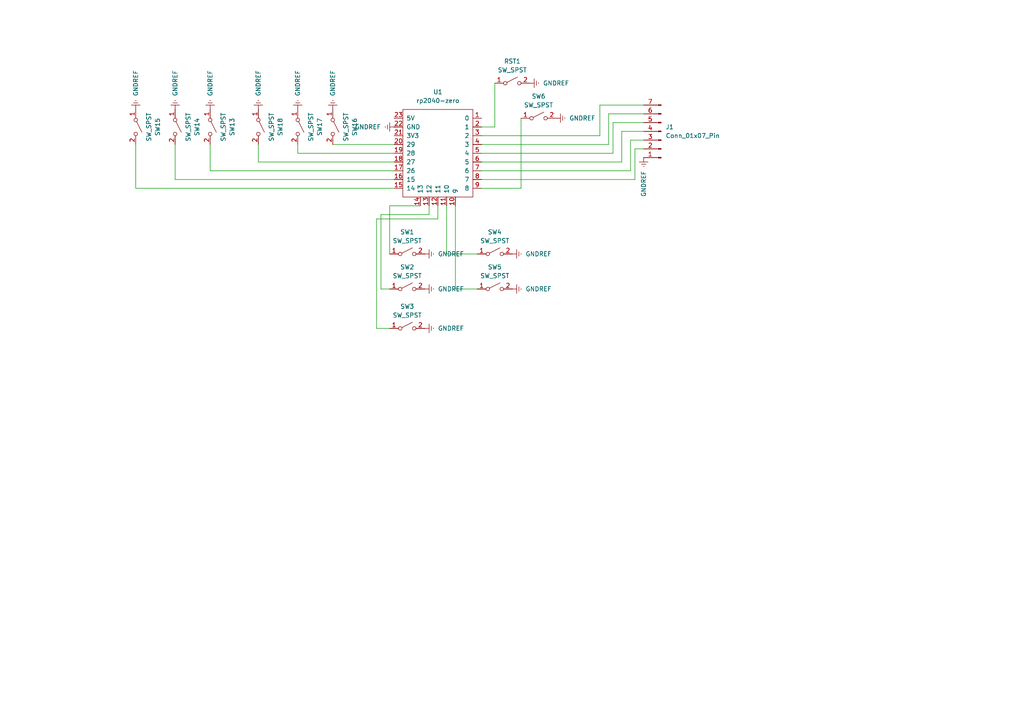
<source format=kicad_sch>
(kicad_sch (version 20231120) (generator "eeschema") (generator_version "8.0")
  (paper "A4")
  (lib_symbols
    (symbol "Connector:Conn_01x07_Pin" (pin_names (offset 1.016) hide)
      (property "Reference" "J" (at 0 10.16 0))
      (property "Value" "Conn_01x07_Pin" (at 0 -10.16 0))
      (symbol "Conn_01x07_Pin_1_1"
        (polyline (pts (xy 1.27 -7.62) (xy 0.8636 -7.62)) (stroke (width 0.1524)))
        (polyline (pts (xy 1.27 -5.08) (xy 0.8636 -5.08)) (stroke (width 0.1524)))
        (polyline (pts (xy 1.27 -2.54) (xy 0.8636 -2.54)) (stroke (width 0.1524)))
        (polyline (pts (xy 1.27 0) (xy 0.8636 0)) (stroke (width 0.1524)))
        (polyline (pts (xy 1.27 2.54) (xy 0.8636 2.54)) (stroke (width 0.1524)))
        (polyline (pts (xy 1.27 5.08) (xy 0.8636 5.08)) (stroke (width 0.1524)))
        (polyline (pts (xy 1.27 7.62) (xy 0.8636 7.62)) (stroke (width 0.1524)))
        (rectangle (start 0.8636 -7.493) (end 0 -7.747) (stroke (width 0.1524)) (fill (type outline)))
        (rectangle (start 0.8636 -4.953) (end 0 -5.207) (stroke (width 0.1524)) (fill (type outline)))
        (rectangle (start 0.8636 -2.413) (end 0 -2.667) (stroke (width 0.1524)) (fill (type outline)))
        (rectangle (start 0.8636 0.127) (end 0 -0.127) (stroke (width 0.1524)) (fill (type outline)))
        (rectangle (start 0.8636 2.667) (end 0 2.413) (stroke (width 0.1524)) (fill (type outline)))
        (rectangle (start 0.8636 5.207) (end 0 4.953) (stroke (width 0.1524)) (fill (type outline)))
        (rectangle (start 0.8636 7.747) (end 0 7.493) (stroke (width 0.1524)) (fill (type outline)))
        (pin passive line (at 5.08 7.62 180) (length 3.81) (name "Pin_1") (number "1"))
        (pin passive line (at 5.08 5.08 180) (length 3.81) (name "Pin_2") (number "2"))
        (pin passive line (at 5.08 2.54 180) (length 3.81) (name "Pin_3") (number "3"))
        (pin passive line (at 5.08 0 180) (length 3.81) (name "Pin_4") (number "4"))
        (pin passive line (at 5.08 -2.54 180) (length 3.81) (name "Pin_5") (number "5"))
        (pin passive line (at 5.08 -5.08 180) (length 3.81) (name "Pin_6") (number "6"))
        (pin passive line (at 5.08 -7.62 180) (length 3.81) (name "Pin_7") (number "7"))
      )
    )
    (symbol "RP2040:rp2040-zero" (pin_names (offset 1.016))
      (property "Reference" "U" (at 0 15.24 0))
      (property "Value" "rp2040-zero" (at 0 12.7 0))
      (symbol "rp2040-zero_0_1"
        (rectangle (start -10.16 11.43) (end 10.16 -13.97))
      )
      (symbol "rp2040-zero_1_1"
        (pin bidirectional line (at 12.7 8.89 180) (length 2.54) (name "0") (number "1"))
        (pin bidirectional line (at 5.08 -16.51 90) (length 2.54) (name "9") (number "10"))
        (pin bidirectional line (at 2.54 -16.51 90) (length 2.54) (name "10") (number "11"))
        (pin bidirectional line (at 0 -16.51 90) (length 2.54) (name "11") (number "12"))
        (pin bidirectional line (at -2.54 -16.51 90) (length 2.54) (name "12") (number "13"))
        (pin bidirectional line (at -5.08 -16.51 90) (length 2.54) (name "13") (number "14"))
        (pin bidirectional line (at -12.7 -11.43 0) (length 2.54) (name "14") (number "15"))
        (pin bidirectional line (at -12.7 -8.89 0) (length 2.54) (name "15") (number "16"))
        (pin bidirectional line (at -12.7 -6.35 0) (length 2.54) (name "26") (number "17"))
        (pin bidirectional line (at -12.7 -3.81 0) (length 2.54) (name "27") (number "18"))
        (pin bidirectional line (at -12.7 -1.27 0) (length 2.54) (name "28") (number "19"))
        (pin bidirectional line (at 12.7 6.35 180) (length 2.54) (name "1") (number "2"))
        (pin bidirectional line (at -12.7 1.27 0) (length 2.54) (name "29") (number "20"))
        (pin power_out line (at -12.7 3.81 0) (length 2.54) (name "3V3") (number "21"))
        (pin power_out line (at -12.7 6.35 0) (length 2.54) (name "GND") (number "22"))
        (pin power_out line (at -12.7 8.89 0) (length 2.54) (name "5V") (number "23"))
        (pin bidirectional line (at 12.7 3.81 180) (length 2.54) (name "2") (number "3"))
        (pin bidirectional line (at 12.7 1.27 180) (length 2.54) (name "3") (number "4"))
        (pin bidirectional line (at 12.7 -1.27 180) (length 2.54) (name "4") (number "5"))
        (pin bidirectional line (at 12.7 -3.81 180) (length 2.54) (name "5") (number "6"))
        (pin bidirectional line (at 12.7 -6.35 180) (length 2.54) (name "6") (number "7"))
        (pin bidirectional line (at 12.7 -8.89 180) (length 2.54) (name "7") (number "8"))
        (pin bidirectional line (at 12.7 -11.43 180) (length 2.54) (name "8") (number "9"))
      )
    )
    (symbol "Switch:SW_SPST" (pin_names (offset 0) hide)
      (property "Reference" "SW" (at 0 3.175 0))
      (property "Value" "SW_SPST" (at 0 -2.54 0))
      (symbol "SW_SPST_0_0"
        (circle (center -2.032 0) (radius 0.508))
        (polyline (pts (xy -1.524 0.254) (xy 1.524 1.778)))
        (circle (center 2.032 0) (radius 0.508))
      )
      (symbol "SW_SPST_1_1"
        (pin passive line (at -5.08 0 0) (length 2.54) (name "A") (number "1"))
        (pin passive line (at 5.08 0 180) (length 2.54) (name "B") (number "2"))
      )
    )
    (symbol "power:GNDREF" (power) (pin_numbers hide) (pin_names (offset 0) hide)
      (property "Value" "GNDREF" (at 0 -3.81 0))
      (symbol "GNDREF_0_1"
        (polyline (pts (xy -0.635 -1.905) (xy 0.635 -1.905)))
        (polyline (pts (xy -0.127 -2.54) (xy 0.127 -2.54)))
        (polyline (pts (xy 0 -1.27) (xy 0 0)))
        (polyline (pts (xy 1.27 -1.27) (xy -1.27 -1.27)))
      )
      (symbol "GNDREF_1_1"
        (pin power_in line (at 0 0 270) (length 0) (name "~") (number "1"))
      )
    )
  )
  (wire (pts (xy 139.7 46.99) (xy 180.34 46.99)))
  (wire (pts (xy 139.7 54.61) (xy 151.13 54.61)))
  (wire (pts (xy 176.53 41.91) (xy 176.53 33.02)))
  (wire (pts (xy 139.7 44.45) (xy 177.8 44.45)))
  (wire (pts (xy 60.96 41.91) (xy 60.96 49.53)))
  (wire (pts (xy 109.22 63.5) (xy 127 63.5)))
  (wire (pts (xy 139.7 49.53) (xy 182.88 49.53)))
  (wire (pts (xy 182.88 49.53) (xy 182.88 40.64)))
  (wire (pts (xy 110.49 83.82) (xy 110.49 62.23)))
  (wire (pts (xy 86.36 44.45) (xy 114.3 44.45)))
  (wire (pts (xy 50.8 52.07) (xy 114.3 52.07)))
  (wire (pts (xy 127 59.69) (xy 127 63.5)))
  (wire (pts (xy 60.96 49.53) (xy 114.3 49.53)))
  (wire (pts (xy 143.51 36.83) (xy 139.7 36.83)))
  (wire (pts (xy 184.15 52.07) (xy 184.15 43.18)))
  (wire (pts (xy 176.53 33.02) (xy 186.69 33.02)))
  (wire (pts (xy 113.03 95.25) (xy 109.22 95.25)))
  (wire (pts (xy 173.99 39.37) (xy 173.99 30.48)))
  (wire (pts (xy 39.37 41.91) (xy 39.37 54.61)))
  (wire (pts (xy 124.46 62.23) (xy 124.46 59.69)))
  (wire (pts (xy 132.08 83.82) (xy 132.08 59.69)))
  (wire (pts (xy 74.93 41.91) (xy 74.93 46.99)))
  (wire (pts (xy 113.03 59.69) (xy 121.92 59.69)))
  (wire (pts (xy 74.93 46.99) (xy 114.3 46.99)))
  (wire (pts (xy 39.37 54.61) (xy 114.3 54.61)))
  (wire (pts (xy 139.7 39.37) (xy 173.99 39.37)))
  (wire (pts (xy 143.51 24.13) (xy 143.51 36.83)))
  (wire (pts (xy 151.13 34.29) (xy 151.13 54.61)))
  (wire (pts (xy 180.34 46.99) (xy 180.34 38.1)))
  (wire (pts (xy 129.54 73.66) (xy 129.54 59.69)))
  (wire (pts (xy 110.49 62.23) (xy 124.46 62.23)))
  (wire (pts (xy 182.88 40.64) (xy 186.69 40.64)))
  (wire (pts (xy 138.43 83.82) (xy 132.08 83.82)))
  (wire (pts (xy 86.36 41.91) (xy 86.36 44.45)))
  (wire (pts (xy 109.22 95.25) (xy 109.22 63.5)))
  (wire (pts (xy 184.15 43.18) (xy 186.69 43.18)))
  (wire (pts (xy 177.8 44.45) (xy 177.8 35.56)))
  (wire (pts (xy 139.7 52.07) (xy 184.15 52.07)))
  (wire (pts (xy 173.99 30.48) (xy 186.69 30.48)))
  (wire (pts (xy 113.03 83.82) (xy 110.49 83.82)))
  (wire (pts (xy 180.34 38.1) (xy 186.69 38.1)))
  (wire (pts (xy 113.03 73.66) (xy 113.03 59.69)))
  (wire (pts (xy 139.7 41.91) (xy 176.53 41.91)))
  (wire (pts (xy 138.43 73.66) (xy 129.54 73.66)))
  (wire (pts (xy 50.8 41.91) (xy 50.8 52.07)))
  (wire (pts (xy 96.52 41.91) (xy 114.3 41.91)))
  (wire (pts (xy 177.8 35.56) (xy 186.69 35.56)))
  (symbol (lib_id "Switch:SW_SPST") (at 60.96 36.83 270) (unit 1)
    (property "Reference" "SW13" (at 67.31 36.83 0))
    (property "Value" "SW_SPST" (at 64.77 36.83 0))
    (property "Footprint" "Button_Switch_THT:SW_PUSH_6mm" (effects (hide yes)))
    (property "Description" "Single Pole Single Throw (SPST) switch" (effects (hide yes)))
  )
  (symbol (lib_id "power:GNDREF") (at 86.36 31.75 180) (unit 1)
    (property "Reference" "#PWR05" (effects (hide yes)))
    (property "Value" "GNDREF" (at 86.3601 27.94 90) (effects (justify right)))
    (property "Description" "Power symbol creates a global label with name \"GNDREF\" , reference supply ground" (effects (hide yes)))
  )
  (symbol (lib_id "RP2040:rp2040-zero") (at 127 43.18 0) (unit 1)
    (property "Reference" "U1" (at 127 26.67 0))
    (property "Value" "rp2040-zero" (at 127 29.21 0))
    (property "Footprint" "rp2040:rp2040-zero-tht" (effects (hide yes)))
  )
  (symbol (lib_id "power:GNDREF") (at 50.8 31.75 180) (unit 1)
    (property "Reference" "#PWR02" (effects (hide yes)))
    (property "Value" "GNDREF" (at 50.8001 27.94 90) (effects (justify right)))
    (property "Description" "Power symbol creates a global label with name \"GNDREF\" , reference supply ground" (effects (hide yes)))
  )
  (symbol (lib_id "Switch:SW_SPST") (at 118.11 95.25 0) (unit 1)
    (property "Reference" "SW3" (at 118.11 88.9 0))
    (property "Value" "SW_SPST" (at 118.11 91.44 0))
    (property "Footprint" "fingerpunch:gateron-ks27" (effects (hide yes)))
    (property "Description" "Single Pole Single Throw (SPST) switch" (effects (hide yes)))
  )
  (symbol (lib_id "power:GNDREF") (at 123.19 83.82 90) (unit 1)
    (property "Reference" "#PWR08" (effects (hide yes)))
    (property "Value" "GNDREF" (at 127 83.8199 90) (effects (justify right)))
    (property "Description" "Power symbol creates a global label with name \"GNDREF\" , reference supply ground" (effects (hide yes)))
  )
  (symbol (lib_id "Switch:SW_SPST") (at 74.93 36.83 270) (unit 1)
    (property "Reference" "SW18" (at 81.28 36.83 0))
    (property "Value" "SW_SPST" (at 78.74 36.83 0))
    (property "Footprint" "Button_Switch_THT:SW_PUSH_6mm" (effects (hide yes)))
    (property "Description" "Single Pole Single Throw (SPST) switch" (effects (hide yes)))
  )
  (symbol (lib_id "power:GNDREF") (at 123.19 73.66 90) (unit 1)
    (property "Reference" "#PWR07" (effects (hide yes)))
    (property "Value" "GNDREF" (at 127 73.6599 90) (effects (justify right)))
    (property "Description" "Power symbol creates a global label with name \"GNDREF\" , reference supply ground" (effects (hide yes)))
  )
  (symbol (lib_id "power:GNDREF") (at 60.96 31.75 180) (unit 1)
    (property "Reference" "#PWR01" (effects (hide yes)))
    (property "Value" "GNDREF" (at 60.9601 27.94 90) (effects (justify right)))
    (property "Description" "Power symbol creates a global label with name \"GNDREF\" , reference supply ground" (effects (hide yes)))
  )
  (symbol (lib_id "power:GNDREF") (at 153.67 24.13 90) (unit 1)
    (property "Reference" "#PWR015" (effects (hide yes)))
    (property "Value" "GNDREF" (at 157.48 24.1299 90) (effects (justify right)))
    (property "Description" "Power symbol creates a global label with name \"GNDREF\" , reference supply ground" (effects (hide yes)))
  )
  (symbol (lib_id "Connector:Conn_01x07_Pin") (at 191.77 38.1 180) (unit 1)
    (property "Reference" "J1" (at 193.04 36.8299 0) (effects (justify right)))
    (property "Value" "Conn_01x07_Pin" (at 193.04 39.3699 0) (effects (justify right)))
    (property "Footprint" "Connector_PinHeader_2.54mm:PinHeader_1x07_P2.54mm_Vertical" (effects (hide yes)))
    (property "Description" "Generic connector, single row, 01x07, script generated" (effects (hide yes)))
  )
  (symbol (lib_id "Switch:SW_SPST") (at 96.52 36.83 270) (unit 1)
    (property "Reference" "SW16" (at 102.87 36.83 0))
    (property "Value" "SW_SPST" (at 100.33 36.83 0))
    (property "Footprint" "Button_Switch_THT:SW_PUSH_6mm" (effects (hide yes)))
    (property "Description" "Single Pole Single Throw (SPST) switch" (effects (hide yes)))
  )
  (symbol (lib_id "Switch:SW_SPST") (at 118.11 73.66 0) (unit 1)
    (property "Reference" "SW1" (at 118.11 67.31 0))
    (property "Value" "SW_SPST" (at 118.11 69.85 0))
    (property "Footprint" "fingerpunch:gateron-ks27" (effects (hide yes)))
    (property "Description" "Single Pole Single Throw (SPST) switch" (effects (hide yes)))
  )
  (symbol (lib_id "power:GNDREF") (at 74.93 31.75 180) (unit 1)
    (property "Reference" "#PWR06" (effects (hide yes)))
    (property "Value" "GNDREF" (at 74.9301 27.94 90) (effects (justify right)))
    (property "Description" "Power symbol creates a global label with name \"GNDREF\" , reference supply ground" (effects (hide yes)))
  )
  (symbol (lib_id "power:GNDREF") (at 148.59 83.82 90) (unit 1)
    (property "Reference" "#PWR011" (effects (hide yes)))
    (property "Value" "GNDREF" (at 152.4 83.8199 90) (effects (justify right)))
    (property "Description" "Power symbol creates a global label with name \"GNDREF\" , reference supply ground" (effects (hide yes)))
  )
  (symbol (lib_id "power:GNDREF") (at 123.19 95.25 90) (unit 1)
    (property "Reference" "#PWR09" (effects (hide yes)))
    (property "Value" "GNDREF" (at 127 95.2499 90) (effects (justify right)))
    (property "Description" "Power symbol creates a global label with name \"GNDREF\" , reference supply ground" (effects (hide yes)))
  )
  (symbol (lib_id "power:GNDREF") (at 148.59 73.66 90) (unit 1)
    (property "Reference" "#PWR010" (effects (hide yes)))
    (property "Value" "GNDREF" (at 152.4 73.6599 90) (effects (justify right)))
    (property "Description" "Power symbol creates a global label with name \"GNDREF\" , reference supply ground" (effects (hide yes)))
  )
  (symbol (lib_id "power:GNDREF") (at 114.3 36.83 270) (unit 1)
    (property "Reference" "#PWR014" (effects (hide yes)))
    (property "Value" "GNDREF" (at 110.49 36.8299 90) (effects (justify right)))
    (property "Description" "Power symbol creates a global label with name \"GNDREF\" , reference supply ground" (effects (hide yes)))
  )
  (symbol (lib_id "Switch:SW_SPST") (at 118.11 83.82 0) (unit 1)
    (property "Reference" "SW2" (at 118.11 77.47 0))
    (property "Value" "SW_SPST" (at 118.11 80.01 0))
    (property "Footprint" "fingerpunch:gateron-ks27" (effects (hide yes)))
    (property "Description" "Single Pole Single Throw (SPST) switch" (effects (hide yes)))
  )
  (symbol (lib_id "Switch:SW_SPST") (at 39.37 36.83 270) (unit 1)
    (property "Reference" "SW15" (at 45.72 36.83 0))
    (property "Value" "SW_SPST" (at 43.18 36.83 0))
    (property "Footprint" "Button_Switch_THT:SW_PUSH_6mm" (effects (hide yes)))
    (property "Description" "Single Pole Single Throw (SPST) switch" (effects (hide yes)))
  )
  (symbol (lib_id "power:GNDREF") (at 161.29 34.29 90) (unit 1)
    (property "Reference" "#PWR012" (effects (hide yes)))
    (property "Value" "GNDREF" (at 165.1 34.2899 90) (effects (justify right)))
    (property "Description" "Power symbol creates a global label with name \"GNDREF\" , reference supply ground" (effects (hide yes)))
  )
  (symbol (lib_id "Switch:SW_SPST") (at 143.51 73.66 0) (unit 1)
    (property "Reference" "SW4" (at 143.51 67.31 0))
    (property "Value" "SW_SPST" (at 143.51 69.85 0))
    (property "Footprint" "fingerpunch:gateron-ks27" (effects (hide yes)))
    (property "Description" "Single Pole Single Throw (SPST) switch" (effects (hide yes)))
  )
  (symbol (lib_id "Switch:SW_SPST") (at 86.36 36.83 270) (unit 1)
    (property "Reference" "SW17" (at 92.71 36.83 0))
    (property "Value" "SW_SPST" (at 90.17 36.83 0))
    (property "Footprint" "Button_Switch_THT:SW_PUSH_6mm" (effects (hide yes)))
    (property "Description" "Single Pole Single Throw (SPST) switch" (effects (hide yes)))
  )
  (symbol (lib_id "Switch:SW_SPST") (at 156.21 34.29 0) (unit 1)
    (property "Reference" "SW6" (at 156.21 27.94 0))
    (property "Value" "SW_SPST" (at 156.21 30.48 0))
    (property "Footprint" "fingerpunch:gateron-ks27" (effects (hide yes)))
    (property "Description" "Single Pole Single Throw (SPST) switch" (effects (hide yes)))
  )
  (symbol (lib_id "power:GNDREF") (at 96.52 31.75 180) (unit 1)
    (property "Reference" "#PWR04" (effects (hide yes)))
    (property "Value" "GNDREF" (at 96.5201 27.94 90) (effects (justify right)))
    (property "Description" "Power symbol creates a global label with name \"GNDREF\" , reference supply ground" (effects (hide yes)))
  )
  (symbol (lib_id "power:GNDREF") (at 186.69 45.72 0) (unit 1)
    (property "Reference" "#PWR013" (effects (hide yes)))
    (property "Value" "GNDREF" (at 186.6901 49.53 90) (effects (justify right)))
    (property "Description" "Power symbol creates a global label with name \"GNDREF\" , reference supply ground" (effects (hide yes)))
  )
  (symbol (lib_id "Switch:SW_SPST") (at 50.8 36.83 270) (unit 1)
    (property "Reference" "SW14" (at 57.15 36.83 0))
    (property "Value" "SW_SPST" (at 54.61 36.83 0))
    (property "Footprint" "Button_Switch_THT:SW_PUSH_6mm" (effects (hide yes)))
    (property "Description" "Single Pole Single Throw (SPST) switch" (effects (hide yes)))
  )
  (symbol (lib_id "Switch:SW_SPST") (at 143.51 83.82 0) (unit 1)
    (property "Reference" "SW5" (at 143.51 77.47 0))
    (property "Value" "SW_SPST" (at 143.51 80.01 0))
    (property "Footprint" "fingerpunch:gateron-ks27" (effects (hide yes)))
    (property "Description" "Single Pole Single Throw (SPST) switch" (effects (hide yes)))
  )
  (symbol (lib_id "power:GNDREF") (at 39.37 31.75 180) (unit 1)
    (property "Reference" "#PWR03" (effects (hide yes)))
    (property "Value" "GNDREF" (at 39.3701 27.94 90) (effects (justify right)))
    (property "Description" "Power symbol creates a global label with name \"GNDREF\" , reference supply ground" (effects (hide yes)))
  )
  (symbol (lib_id "Switch:SW_SPST") (at 148.59 24.13 0) (unit 1)
    (property "Reference" "RST1" (at 148.59 17.78 0))
    (property "Value" "SW_SPST" (at 148.59 20.32 0))
    (property "Footprint" "Button_Switch_THT:SW_PUSH_6mm" (effects (hide yes)))
    (property "Description" "Single Pole Single Throw (SPST) switch" (effects (hide yes)))
  )
)
</source>
